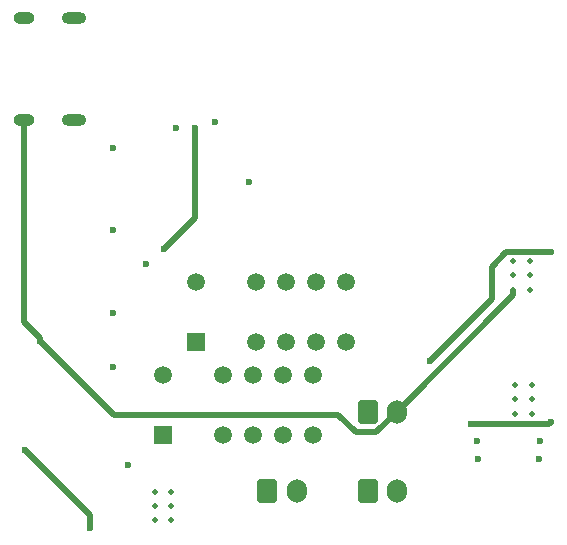
<source format=gbr>
%TF.GenerationSoftware,KiCad,Pcbnew,9.0.2*%
%TF.CreationDate,2025-10-13T00:09:24+02:00*%
%TF.ProjectId,STM32 RC AUTO,53544d33-3220-4524-9320-4155544f2e6b,rev?*%
%TF.SameCoordinates,Original*%
%TF.FileFunction,Copper,L3,Inr*%
%TF.FilePolarity,Positive*%
%FSLAX46Y46*%
G04 Gerber Fmt 4.6, Leading zero omitted, Abs format (unit mm)*
G04 Created by KiCad (PCBNEW 9.0.2) date 2025-10-13 00:09:24*
%MOMM*%
%LPD*%
G01*
G04 APERTURE LIST*
G04 Aperture macros list*
%AMRoundRect*
0 Rectangle with rounded corners*
0 $1 Rounding radius*
0 $2 $3 $4 $5 $6 $7 $8 $9 X,Y pos of 4 corners*
0 Add a 4 corners polygon primitive as box body*
4,1,4,$2,$3,$4,$5,$6,$7,$8,$9,$2,$3,0*
0 Add four circle primitives for the rounded corners*
1,1,$1+$1,$2,$3*
1,1,$1+$1,$4,$5*
1,1,$1+$1,$6,$7*
1,1,$1+$1,$8,$9*
0 Add four rect primitives between the rounded corners*
20,1,$1+$1,$2,$3,$4,$5,0*
20,1,$1+$1,$4,$5,$6,$7,0*
20,1,$1+$1,$6,$7,$8,$9,0*
20,1,$1+$1,$8,$9,$2,$3,0*%
G04 Aperture macros list end*
%TA.AperFunction,ComponentPad*%
%ADD10RoundRect,0.250000X-0.600000X-0.750000X0.600000X-0.750000X0.600000X0.750000X-0.600000X0.750000X0*%
%TD*%
%TA.AperFunction,ComponentPad*%
%ADD11O,1.700000X2.000000*%
%TD*%
%TA.AperFunction,HeatsinkPad*%
%ADD12C,0.500000*%
%TD*%
%TA.AperFunction,ComponentPad*%
%ADD13R,1.508000X1.508000*%
%TD*%
%TA.AperFunction,ComponentPad*%
%ADD14C,1.508000*%
%TD*%
%TA.AperFunction,HeatsinkPad*%
%ADD15O,2.100000X1.000000*%
%TD*%
%TA.AperFunction,HeatsinkPad*%
%ADD16O,1.800000X1.000000*%
%TD*%
%TA.AperFunction,ViaPad*%
%ADD17C,0.600000*%
%TD*%
%TA.AperFunction,Conductor*%
%ADD18C,0.500000*%
%TD*%
G04 APERTURE END LIST*
D10*
%TO.N,Net-(J4-Pin_1)*%
%TO.C,J4*%
X83000000Y-133975000D03*
D11*
%TO.N,GND*%
X85500000Y-133975000D03*
%TD*%
D10*
%TO.N,Net-(J3-Pin_1)*%
%TO.C,J3*%
X83000000Y-140725000D03*
D11*
%TO.N,Net-(J3-Pin_2)*%
X85500000Y-140725000D03*
%TD*%
D10*
%TO.N,Net-(J2-Pin_1)*%
%TO.C,J2*%
X74500000Y-140725000D03*
D11*
%TO.N,Net-(J2-Pin_2)*%
X77000000Y-140725000D03*
%TD*%
D12*
%TO.N,Net-(J3-Pin_2)*%
%TO.C,U6*%
X96900000Y-134150000D03*
X96900000Y-132950000D03*
X96900000Y-131750000D03*
X95500000Y-134150000D03*
X95500000Y-132950000D03*
X95500000Y-131750000D03*
%TD*%
%TO.N,Net-(J2-Pin_2)*%
%TO.C,U3*%
X65000000Y-140750000D03*
X65000000Y-141950000D03*
X65000000Y-143150000D03*
X66400000Y-140750000D03*
X66400000Y-141950000D03*
X66400000Y-143150000D03*
%TD*%
%TO.N,GND*%
%TO.C,U8*%
X96750000Y-123650000D03*
X96750000Y-122450000D03*
X96750000Y-121250000D03*
X95350000Y-123650000D03*
X95350000Y-122450000D03*
X95350000Y-121250000D03*
%TD*%
D13*
%TO.N,VCC*%
%TO.C,K2*%
X68450000Y-128090000D03*
D14*
%TO.N,Net-(D9-A)*%
X68450000Y-123010000D03*
%TO.N,unconnected-(K2-Pad10)*%
X73530000Y-123010000D03*
%TO.N,Net-(J3-Pin_2)*%
X73530000Y-128090000D03*
%TO.N,unconnected-(K2-Pad9)*%
X76070000Y-123010000D03*
%TO.N,unconnected-(K2-Pad8)*%
X78610000Y-123010000D03*
%TO.N,N/C*%
X81150000Y-123010000D03*
%TO.N,Net-(J4-Pin_1)*%
X76070000Y-128090000D03*
%TO.N,unconnected-(K2-Pad5)*%
X78610000Y-128090000D03*
%TO.N,N/C*%
X81150000Y-128090000D03*
%TD*%
D13*
%TO.N,VCC*%
%TO.C,K1*%
X65670000Y-136000000D03*
D14*
%TO.N,Net-(D8-A)*%
X65670000Y-130920000D03*
%TO.N,VDD*%
X70750000Y-130920000D03*
%TO.N,Net-(J2-Pin_2)*%
X70750000Y-136000000D03*
%TO.N,Net-(J2-Pin_1)*%
X73290000Y-130920000D03*
%TO.N,unconnected-(K1-Pad8)*%
X75830000Y-130920000D03*
%TO.N,N/C*%
X78370000Y-130920000D03*
%TO.N,Net-(J3-Pin_1)*%
X73290000Y-136000000D03*
%TO.N,unconnected-(K1-Pad5)*%
X75830000Y-136000000D03*
%TO.N,N/C*%
X78370000Y-136000000D03*
%TD*%
D15*
%TO.N,GND*%
%TO.C,J1*%
X58125000Y-100680000D03*
D16*
X53925000Y-100680000D03*
D15*
X58125000Y-109320000D03*
D16*
X53925000Y-109320000D03*
%TD*%
D17*
%TO.N,Net-(J3-Pin_2)*%
X88250000Y-129715000D03*
X98500000Y-120500000D03*
%TO.N,Net-(J2-Pin_1)*%
X62750000Y-138500000D03*
%TO.N,Net-(J3-Pin_1)*%
X98500000Y-134855000D03*
X91750000Y-135000000D03*
%TO.N,Net-(D3-A)*%
X92250000Y-136500000D03*
X97625000Y-136500000D03*
%TO.N,Net-(D4-A)*%
X97500000Y-138000000D03*
X92337500Y-138000000D03*
%TO.N,GND*%
X65750000Y-120250000D03*
%TO.N,Net-(J2-Pin_2)*%
X64250000Y-121500000D03*
%TO.N,GND*%
X63500000Y-134250000D03*
%TO.N,Net-(D1-A)*%
X59500000Y-143875000D03*
X54000000Y-137250000D03*
%TO.N,Net-(U1-OUT)*%
X61450000Y-111647500D03*
%TO.N,VCC*%
X61450000Y-130207500D03*
%TO.N,Net-(J2-Pin_2)*%
X61450000Y-118647500D03*
%TO.N,Net-(J3-Pin_2)*%
X61450000Y-125647500D03*
%TO.N,GND*%
X55250000Y-128000000D03*
%TO.N,Net-(VR1-FEEDBACK)*%
X66800000Y-110000000D03*
%TO.N,GND*%
X68412500Y-110000000D03*
%TO.N,VCC*%
X72940915Y-114500000D03*
%TO.N,Net-(D7-A)*%
X70100000Y-109500000D03*
%TD*%
D18*
%TO.N,Net-(J3-Pin_2)*%
X93500000Y-124465000D02*
X88250000Y-129715000D01*
X98500000Y-120500000D02*
X94750000Y-120500000D01*
X94750000Y-120500000D02*
X93500000Y-121750000D01*
X93500000Y-121750000D02*
X93500000Y-124465000D01*
%TO.N,GND*%
X95350000Y-124125000D02*
X95350000Y-123650000D01*
X85500000Y-133975000D02*
X95350000Y-124125000D01*
%TO.N,Net-(J3-Pin_1)*%
X98355000Y-135000000D02*
X98500000Y-134855000D01*
X91750000Y-135000000D02*
X98355000Y-135000000D01*
%TO.N,GND*%
X82000000Y-135750000D02*
X80500000Y-134250000D01*
X80500000Y-134250000D02*
X63500000Y-134250000D01*
X83725000Y-135750000D02*
X82000000Y-135750000D01*
X85500000Y-133975000D02*
X83725000Y-135750000D01*
X68412500Y-117587500D02*
X68412500Y-110000000D01*
X65750000Y-120250000D02*
X68412500Y-117587500D01*
X61500000Y-134250000D02*
X63500000Y-134250000D01*
X55250000Y-128000000D02*
X61500000Y-134250000D01*
%TO.N,Net-(D1-A)*%
X59500000Y-142750000D02*
X59500000Y-143875000D01*
X54000000Y-137250000D02*
X59500000Y-142750000D01*
%TO.N,GND*%
X53925000Y-126425000D02*
X53925000Y-109320000D01*
X55250000Y-127750000D02*
X53925000Y-126425000D01*
X55250000Y-128000000D02*
X55250000Y-127750000D01*
%TD*%
M02*

</source>
